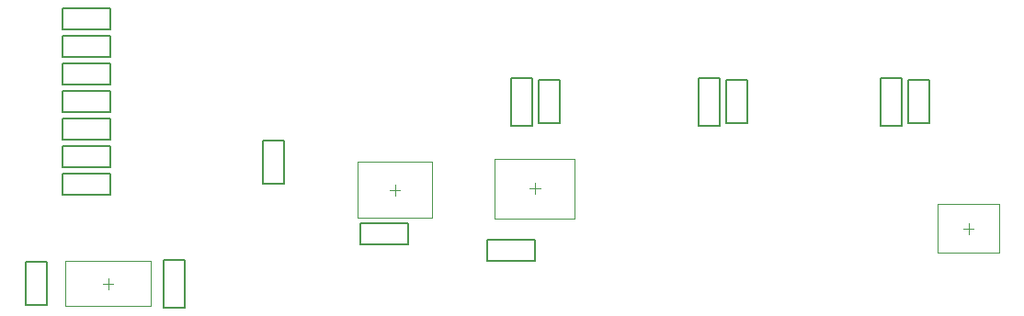
<source format=gbr>
G04*
G04 #@! TF.GenerationSoftware,Altium Limited,Altium Designer,24.1.2 (44)*
G04*
G04 Layer_Color=16711935*
%FSLAX25Y25*%
%MOIN*%
G70*
G04*
G04 #@! TF.SameCoordinates,E3FF4B23-F407-445B-9987-FD0FFFC61A21*
G04*
G04*
G04 #@! TF.FilePolarity,Positive*
G04*
G01*
G75*
%ADD12C,0.00787*%
%ADD59C,0.00394*%
%ADD62C,0.00197*%
D12*
X356063Y344126D02*
Y359874D01*
Y344126D02*
X363937D01*
Y359874D01*
X356063D02*
X363937D01*
X270063Y300126D02*
Y315874D01*
Y300126D02*
X277937D01*
Y315874D01*
X270063D02*
X277937D01*
X320260Y299339D02*
Y316661D01*
Y299339D02*
X327740D01*
Y316661D01*
X320260D02*
X327740D01*
X437339Y323740D02*
X454661D01*
X437339Y316260D02*
Y323740D01*
Y316260D02*
X454661D01*
Y323740D01*
X590063Y366126D02*
Y381874D01*
Y366126D02*
X597937D01*
Y381874D01*
X590063D02*
X597937D01*
X524063Y366126D02*
Y381874D01*
Y366126D02*
X531937D01*
Y381874D01*
X524063D02*
X531937D01*
X456063Y366126D02*
Y381874D01*
Y366126D02*
X463937D01*
Y381874D01*
X456063D02*
X463937D01*
X580260Y365339D02*
Y382661D01*
Y365339D02*
X587740D01*
Y382661D01*
X580260D02*
X587740D01*
X514260Y365339D02*
Y382661D01*
Y365339D02*
X521740D01*
Y382661D01*
X514260D02*
X521740D01*
X446260Y365339D02*
Y382661D01*
Y365339D02*
X453740D01*
Y382661D01*
X446260D02*
X453740D01*
X391339Y329740D02*
X408661D01*
X391339Y322260D02*
Y329740D01*
Y322260D02*
X408661D01*
Y329740D01*
X283339Y367740D02*
X300661D01*
X283339Y360260D02*
Y367740D01*
Y360260D02*
X300661D01*
Y367740D01*
X283339Y357740D02*
X300661D01*
X283339Y350260D02*
Y357740D01*
Y350260D02*
X300661D01*
Y357740D01*
X283339Y347740D02*
X300661D01*
X283339Y340260D02*
Y347740D01*
Y340260D02*
X300661D01*
Y347740D01*
X283339Y377740D02*
X300661D01*
X283339Y370260D02*
Y377740D01*
Y370260D02*
X300661D01*
Y377740D01*
X283339Y387740D02*
X300661D01*
X283339Y380260D02*
Y387740D01*
Y380260D02*
X300661D01*
Y387740D01*
X283339Y397740D02*
X300661D01*
X283339Y390260D02*
Y397740D01*
Y390260D02*
X300661D01*
Y397740D01*
X283339Y407740D02*
X300661D01*
X283339Y400260D02*
Y407740D01*
Y400260D02*
X300661D01*
Y407740D01*
D59*
X610032Y328000D02*
X613969D01*
X612000Y326031D02*
Y329969D01*
X452760Y342500D02*
X456697D01*
X454728Y340531D02*
Y344468D01*
X404000Y340032D02*
Y343969D01*
X402032Y342000D02*
X405969D01*
D62*
X300000Y306031D02*
Y309968D01*
X298031Y308000D02*
X301969D01*
X284646Y316268D02*
X315354D01*
X284646Y299732D02*
Y316268D01*
Y299732D02*
X315354D01*
Y316268D01*
X600779Y319280D02*
Y336720D01*
X623220D01*
X600779Y319280D02*
X623220D01*
Y336720D01*
X469295Y331673D02*
Y353327D01*
X440161Y331673D02*
Y353327D01*
X469295D01*
X440161Y331673D02*
X469295D01*
X390614Y331764D02*
X417386D01*
X390614Y352236D02*
X417386D01*
X390614Y331764D02*
Y352236D01*
X417386Y331764D02*
Y352236D01*
M02*

</source>
